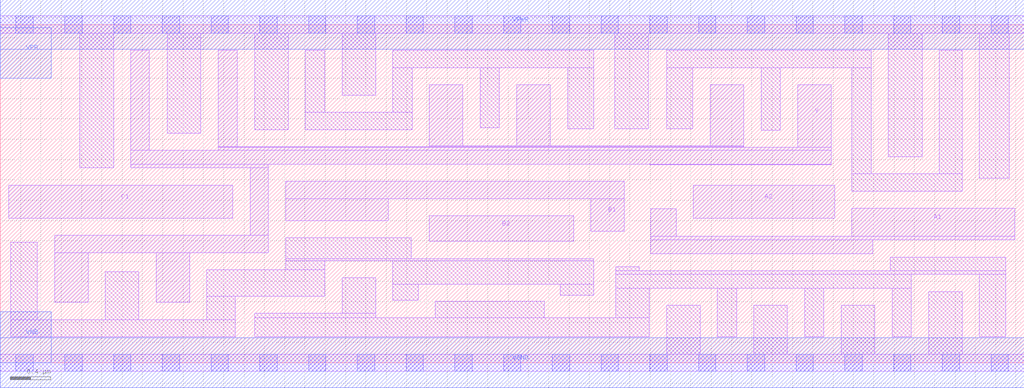
<source format=lef>
# Copyright 2020 The SkyWater PDK Authors
#
# Licensed under the Apache License, Version 2.0 (the "License");
# you may not use this file except in compliance with the License.
# You may obtain a copy of the License at
#
#     https://www.apache.org/licenses/LICENSE-2.0
#
# Unless required by applicable law or agreed to in writing, software
# distributed under the License is distributed on an "AS IS" BASIS,
# WITHOUT WARRANTIES OR CONDITIONS OF ANY KIND, either express or implied.
# See the License for the specific language governing permissions and
# limitations under the License.
#
# SPDX-License-Identifier: Apache-2.0

VERSION 5.5 ;
NAMESCASESENSITIVE ON ;
BUSBITCHARS "[]" ;
DIVIDERCHAR "/" ;
MACRO sky130_fd_sc_lp__o221ai_4
  CLASS CORE ;
  SOURCE USER ;
  ORIGIN  0.000000  0.000000 ;
  SIZE  10.08000 BY  3.330000 ;
  SYMMETRY X Y R90 ;
  SITE unit ;
  PIN A1
    ANTENNAGATEAREA  1.260000 ;
    DIRECTION INPUT ;
    USE SIGNAL ;
    PORT
      LAYER li1 ;
        RECT 6.405000 1.075000 8.590000 1.210000 ;
        RECT 6.405000 1.210000 9.990000 1.245000 ;
        RECT 6.405000 1.245000 6.655000 1.515000 ;
        RECT 8.385000 1.245000 9.990000 1.520000 ;
    END
  END A1
  PIN A2
    ANTENNAGATEAREA  1.260000 ;
    DIRECTION INPUT ;
    USE SIGNAL ;
    PORT
      LAYER li1 ;
        RECT 6.825000 1.425000 8.215000 1.750000 ;
    END
  END A2
  PIN B1
    ANTENNAGATEAREA  1.260000 ;
    DIRECTION INPUT ;
    USE SIGNAL ;
    PORT
      LAYER li1 ;
        RECT 2.810000 1.400000 3.820000 1.615000 ;
        RECT 2.810000 1.615000 6.145000 1.785000 ;
        RECT 5.815000 1.295000 6.145000 1.615000 ;
    END
  END B1
  PIN B2
    ANTENNAGATEAREA  1.260000 ;
    DIRECTION INPUT ;
    USE SIGNAL ;
    PORT
      LAYER li1 ;
        RECT 4.225000 1.195000 5.645000 1.445000 ;
    END
  END B2
  PIN C1
    ANTENNAGATEAREA  1.260000 ;
    DIRECTION INPUT ;
    USE SIGNAL ;
    PORT
      LAYER li1 ;
        RECT 0.085000 1.425000 2.290000 1.750000 ;
    END
  END C1
  PIN Y
    ANTENNADIFFAREA  2.654400 ;
    DIRECTION OUTPUT ;
    USE SIGNAL ;
    PORT
      LAYER li1 ;
        RECT 0.535000 0.595000 0.865000 1.085000 ;
        RECT 0.535000 1.085000 2.640000 1.255000 ;
        RECT 1.285000 1.920000 2.640000 1.955000 ;
        RECT 1.285000 1.955000 8.180000 2.090000 ;
        RECT 1.285000 2.090000 1.465000 3.075000 ;
        RECT 1.535000 0.595000 1.865000 1.085000 ;
        RECT 2.145000 2.090000 8.180000 2.120000 ;
        RECT 2.145000 2.120000 7.320000 2.125000 ;
        RECT 2.145000 2.125000 2.335000 3.075000 ;
        RECT 2.460000 1.255000 2.640000 1.920000 ;
        RECT 4.225000 2.125000 7.320000 2.135000 ;
        RECT 4.225000 2.135000 4.555000 2.735000 ;
        RECT 5.085000 2.135000 5.415000 2.735000 ;
        RECT 6.395000 1.950000 8.180000 1.955000 ;
        RECT 6.990000 2.135000 7.320000 2.735000 ;
        RECT 7.850000 2.120000 8.180000 2.735000 ;
    END
  END Y
  PIN VGND
    DIRECTION INOUT ;
    USE GROUND ;
    PORT
      LAYER met1 ;
        RECT 0.000000 -0.245000 10.080000 0.245000 ;
    END
  END VGND
  PIN VNB
    DIRECTION INOUT ;
    USE GROUND ;
    PORT
    END
  END VNB
  PIN VPB
    DIRECTION INOUT ;
    USE POWER ;
    PORT
    END
  END VPB
  PIN VNB
    DIRECTION INOUT ;
    USE GROUND ;
    PORT
      LAYER met1 ;
        RECT 0.000000 0.000000 0.500000 0.500000 ;
    END
  END VNB
  PIN VPB
    DIRECTION INOUT ;
    USE POWER ;
    PORT
      LAYER met1 ;
        RECT 0.000000 2.800000 0.500000 3.300000 ;
    END
  END VPB
  PIN VPWR
    DIRECTION INOUT ;
    USE POWER ;
    PORT
      LAYER met1 ;
        RECT 0.000000 3.085000 10.080000 3.575000 ;
    END
  END VPWR
  OBS
    LAYER li1 ;
      RECT 0.000000 -0.085000 10.080000 0.085000 ;
      RECT 0.000000  3.245000 10.080000 3.415000 ;
      RECT 0.105000  0.255000  2.315000 0.425000 ;
      RECT 0.105000  0.425000  0.365000 1.185000 ;
      RECT 0.785000  1.920000  1.115000 3.245000 ;
      RECT 1.035000  0.425000  1.365000 0.895000 ;
      RECT 1.645000  2.260000  1.975000 3.245000 ;
      RECT 2.035000  0.425000  2.315000 0.655000 ;
      RECT 2.035000  0.655000  3.195000 0.915000 ;
      RECT 2.505000  0.255000  6.390000 0.445000 ;
      RECT 2.505000  0.445000  3.695000 0.485000 ;
      RECT 2.505000  2.295000  2.835000 3.245000 ;
      RECT 2.810000  0.915000  3.195000 1.005000 ;
      RECT 2.810000  1.005000  5.845000 1.025000 ;
      RECT 2.810000  1.025000  4.045000 1.230000 ;
      RECT 3.005000  2.295000  4.055000 2.465000 ;
      RECT 3.005000  2.465000  3.195000 3.075000 ;
      RECT 3.365000  0.485000  3.695000 0.835000 ;
      RECT 3.365000  2.635000  3.695000 3.245000 ;
      RECT 3.865000  0.615000  4.115000 0.775000 ;
      RECT 3.865000  0.775000  5.845000 1.005000 ;
      RECT 3.865000  2.465000  4.055000 2.905000 ;
      RECT 3.865000  2.905000  5.845000 3.075000 ;
      RECT 4.285000  0.445000  5.355000 0.605000 ;
      RECT 4.725000  2.315000  4.915000 2.905000 ;
      RECT 5.515000  0.665000  5.845000 0.775000 ;
      RECT 5.585000  2.305000  5.845000 2.905000 ;
      RECT 6.050000  2.305000  6.380000 3.245000 ;
      RECT 6.060000  0.445000  6.390000 0.735000 ;
      RECT 6.060000  0.735000  8.970000 0.870000 ;
      RECT 6.060000  0.870000  9.900000 0.905000 ;
      RECT 6.060000  0.905000  6.290000 0.945000 ;
      RECT 6.560000  0.085000  6.890000 0.565000 ;
      RECT 6.560000  2.305000  6.820000 2.905000 ;
      RECT 6.560000  2.905000  8.575000 3.075000 ;
      RECT 7.060000  0.255000  7.250000 0.735000 ;
      RECT 7.420000  0.085000  7.750000 0.565000 ;
      RECT 7.490000  2.290000  7.680000 2.905000 ;
      RECT 7.920000  0.255000  8.110000 0.735000 ;
      RECT 8.280000  0.085000  8.610000 0.565000 ;
      RECT 8.385000  1.690000  9.470000 1.860000 ;
      RECT 8.385000  1.860000  8.575000 2.905000 ;
      RECT 8.745000  2.030000  9.075000 3.245000 ;
      RECT 8.760000  0.905000  9.900000 1.040000 ;
      RECT 8.780000  0.255000  8.970000 0.735000 ;
      RECT 9.140000  0.085000  9.470000 0.700000 ;
      RECT 9.245000  1.860000  9.470000 3.075000 ;
      RECT 9.640000  0.255000  9.900000 0.870000 ;
      RECT 9.640000  1.815000  9.935000 3.245000 ;
    LAYER mcon ;
      RECT 0.155000 -0.085000 0.325000 0.085000 ;
      RECT 0.155000  3.245000 0.325000 3.415000 ;
      RECT 0.635000 -0.085000 0.805000 0.085000 ;
      RECT 0.635000  3.245000 0.805000 3.415000 ;
      RECT 1.115000 -0.085000 1.285000 0.085000 ;
      RECT 1.115000  3.245000 1.285000 3.415000 ;
      RECT 1.595000 -0.085000 1.765000 0.085000 ;
      RECT 1.595000  3.245000 1.765000 3.415000 ;
      RECT 2.075000 -0.085000 2.245000 0.085000 ;
      RECT 2.075000  3.245000 2.245000 3.415000 ;
      RECT 2.555000 -0.085000 2.725000 0.085000 ;
      RECT 2.555000  3.245000 2.725000 3.415000 ;
      RECT 3.035000 -0.085000 3.205000 0.085000 ;
      RECT 3.035000  3.245000 3.205000 3.415000 ;
      RECT 3.515000 -0.085000 3.685000 0.085000 ;
      RECT 3.515000  3.245000 3.685000 3.415000 ;
      RECT 3.995000 -0.085000 4.165000 0.085000 ;
      RECT 3.995000  3.245000 4.165000 3.415000 ;
      RECT 4.475000 -0.085000 4.645000 0.085000 ;
      RECT 4.475000  3.245000 4.645000 3.415000 ;
      RECT 4.955000 -0.085000 5.125000 0.085000 ;
      RECT 4.955000  3.245000 5.125000 3.415000 ;
      RECT 5.435000 -0.085000 5.605000 0.085000 ;
      RECT 5.435000  3.245000 5.605000 3.415000 ;
      RECT 5.915000 -0.085000 6.085000 0.085000 ;
      RECT 5.915000  3.245000 6.085000 3.415000 ;
      RECT 6.395000 -0.085000 6.565000 0.085000 ;
      RECT 6.395000  3.245000 6.565000 3.415000 ;
      RECT 6.875000 -0.085000 7.045000 0.085000 ;
      RECT 6.875000  3.245000 7.045000 3.415000 ;
      RECT 7.355000 -0.085000 7.525000 0.085000 ;
      RECT 7.355000  3.245000 7.525000 3.415000 ;
      RECT 7.835000 -0.085000 8.005000 0.085000 ;
      RECT 7.835000  3.245000 8.005000 3.415000 ;
      RECT 8.315000 -0.085000 8.485000 0.085000 ;
      RECT 8.315000  3.245000 8.485000 3.415000 ;
      RECT 8.795000 -0.085000 8.965000 0.085000 ;
      RECT 8.795000  3.245000 8.965000 3.415000 ;
      RECT 9.275000 -0.085000 9.445000 0.085000 ;
      RECT 9.275000  3.245000 9.445000 3.415000 ;
      RECT 9.755000 -0.085000 9.925000 0.085000 ;
      RECT 9.755000  3.245000 9.925000 3.415000 ;
  END
END sky130_fd_sc_lp__o221ai_4
END LIBRARY

</source>
